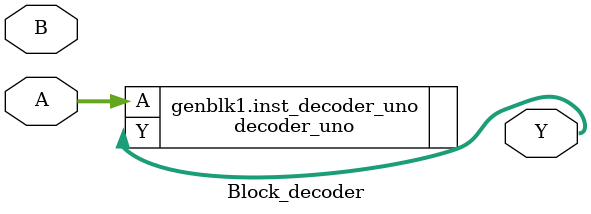
<source format=v>
`timescale 1ns / 1ps


module Block_decoder(A,B,Y);
parameter SIZE=0; //1 / 2
parameter SIZE2=0; //0 / 1 / 2 .....
input wire [SIZE-1:0]A;
input wire B;
output wire [2*SIZE-1:0]Y;

if(SIZE2==0) begin
    decoder_uno inst_decoder_uno(.A(A),.Y(Y));
end 
else if(SIZE2==1) begin
    decoder_top #(.SIZE(2),.Cin(),.Cout(),.N(),.B(),.F(),.G(),.mod(0)) inst_decoder_top(.A(A),.Y(Y));
end 
else begin
    wire [3:0] C;
    decoder_top #(.SIZE(2),.Cin(),.Cout(),.N(),.B(),.F(),.G(),.mod(0)) inst_decoder_top(.A(A),.Y(C));
    Enable_2 #(.SIZE(2)) inst_Enable(.A(C),.EN(B),.Y(Y));
end
endmodule

</source>
